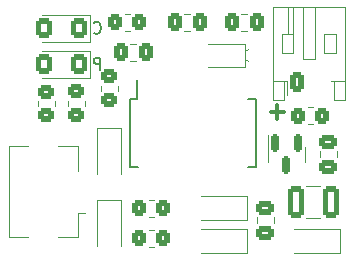
<source format=gbo>
%TF.GenerationSoftware,KiCad,Pcbnew,(6.0.7)*%
%TF.CreationDate,2022-10-10T13:15:42-04:00*%
%TF.ProjectId,dumbwatch,64756d62-7761-4746-9368-2e6b69636164,rev?*%
%TF.SameCoordinates,Original*%
%TF.FileFunction,Legend,Bot*%
%TF.FilePolarity,Positive*%
%FSLAX46Y46*%
G04 Gerber Fmt 4.6, Leading zero omitted, Abs format (unit mm)*
G04 Created by KiCad (PCBNEW (6.0.7)) date 2022-10-10 13:15:42*
%MOMM*%
%LPD*%
G01*
G04 APERTURE LIST*
G04 Aperture macros list*
%AMRoundRect*
0 Rectangle with rounded corners*
0 $1 Rounding radius*
0 $2 $3 $4 $5 $6 $7 $8 $9 X,Y pos of 4 corners*
0 Add a 4 corners polygon primitive as box body*
4,1,4,$2,$3,$4,$5,$6,$7,$8,$9,$2,$3,0*
0 Add four circle primitives for the rounded corners*
1,1,$1+$1,$2,$3*
1,1,$1+$1,$4,$5*
1,1,$1+$1,$6,$7*
1,1,$1+$1,$8,$9*
0 Add four rect primitives between the rounded corners*
20,1,$1+$1,$2,$3,$4,$5,0*
20,1,$1+$1,$4,$5,$6,$7,0*
20,1,$1+$1,$6,$7,$8,$9,0*
20,1,$1+$1,$8,$9,$2,$3,0*%
G04 Aperture macros list end*
%ADD10C,0.300000*%
%ADD11C,0.150000*%
%ADD12C,0.120000*%
%ADD13RoundRect,0.150000X-0.150000X0.587500X-0.150000X-0.587500X0.150000X-0.587500X0.150000X0.587500X0*%
%ADD14R,1.400000X0.400000*%
%ADD15R,1.900000X2.300000*%
%ADD16R,1.900000X1.800000*%
%ADD17R,1.100000X0.600000*%
%ADD18R,2.400000X1.500000*%
%ADD19RoundRect,0.250001X0.462499X1.074999X-0.462499X1.074999X-0.462499X-1.074999X0.462499X-1.074999X0*%
%ADD20R,0.450000X1.750000*%
%ADD21RoundRect,0.250000X-0.350000X-0.450000X0.350000X-0.450000X0.350000X0.450000X-0.350000X0.450000X0*%
%ADD22RoundRect,0.250000X0.475000X-0.337500X0.475000X0.337500X-0.475000X0.337500X-0.475000X-0.337500X0*%
%ADD23R,0.900000X1.200000*%
%ADD24R,1.100000X1.100000*%
%ADD25R,1.200000X0.900000*%
%ADD26RoundRect,0.250000X-0.475000X0.337500X-0.475000X-0.337500X0.475000X-0.337500X0.475000X0.337500X0*%
%ADD27RoundRect,0.250000X0.450000X-0.350000X0.450000X0.350000X-0.450000X0.350000X-0.450000X-0.350000X0*%
%ADD28RoundRect,0.250000X0.350000X0.450000X-0.350000X0.450000X-0.350000X-0.450000X0.350000X-0.450000X0*%
%ADD29RoundRect,0.250000X-0.337500X-0.475000X0.337500X-0.475000X0.337500X0.475000X-0.337500X0.475000X0*%
%ADD30RoundRect,0.250001X0.462499X0.624999X-0.462499X0.624999X-0.462499X-0.624999X0.462499X-0.624999X0*%
%ADD31RoundRect,0.250000X-0.450000X0.350000X-0.450000X-0.350000X0.450000X-0.350000X0.450000X0.350000X0*%
%ADD32RoundRect,0.250000X-0.350000X-0.625000X0.350000X-0.625000X0.350000X0.625000X-0.350000X0.625000X0*%
%ADD33O,1.200000X1.750000*%
G04 APERTURE END LIST*
D10*
X124269428Y-124440142D02*
X123126571Y-124440142D01*
X123698000Y-125011571D02*
X123698000Y-123868714D01*
D11*
X108719904Y-120848380D02*
X108719904Y-119848380D01*
X108338952Y-119848380D01*
X108243714Y-119896000D01*
X108196095Y-119943619D01*
X108148476Y-120038857D01*
X108148476Y-120181714D01*
X108196095Y-120276952D01*
X108243714Y-120324571D01*
X108338952Y-120372190D01*
X108719904Y-120372190D01*
X108148476Y-117705142D02*
X108196095Y-117752761D01*
X108338952Y-117800380D01*
X108434190Y-117800380D01*
X108577047Y-117752761D01*
X108672285Y-117657523D01*
X108719904Y-117562285D01*
X108767523Y-117371809D01*
X108767523Y-117228952D01*
X108719904Y-117038476D01*
X108672285Y-116943238D01*
X108577047Y-116848000D01*
X108434190Y-116800380D01*
X108338952Y-116800380D01*
X108196095Y-116848000D01*
X108148476Y-116895619D01*
D12*
X126020000Y-128016000D02*
X126020000Y-127366000D01*
X122900000Y-128016000D02*
X122900000Y-126341000D01*
X126020000Y-128016000D02*
X126020000Y-128666000D01*
X122900000Y-128016000D02*
X122900000Y-128666000D01*
X106816000Y-127331000D02*
X106816000Y-129391000D01*
X100996000Y-127331000D02*
X102606000Y-127331000D01*
X100996000Y-135051000D02*
X102606000Y-135051000D01*
X100996000Y-135051000D02*
X100996000Y-127331000D01*
X106816000Y-135051000D02*
X106816000Y-132991000D01*
X106816000Y-132991000D02*
X107406000Y-132991000D01*
X105106000Y-135051000D02*
X106816000Y-135051000D01*
X105106000Y-127331000D02*
X106816000Y-127331000D01*
X121247000Y-119134000D02*
X121247000Y-119134000D01*
X120997000Y-119284000D02*
X121247000Y-119134000D01*
X117797000Y-120584000D02*
X120997000Y-120584000D01*
X120997000Y-118684000D02*
X117797000Y-118684000D01*
X120997000Y-119984000D02*
X121247000Y-120134000D01*
X120997000Y-120584000D02*
X120997000Y-118684000D01*
X121247000Y-120134000D02*
X121247000Y-120134000D01*
X127348064Y-130720000D02*
X126143936Y-130720000D01*
X127348064Y-133440000D02*
X126143936Y-133440000D01*
D11*
X121911000Y-123363000D02*
X121261000Y-123363000D01*
X121911000Y-123363000D02*
X121911000Y-129113000D01*
X111836000Y-123363000D02*
X111836000Y-121763000D01*
X121911000Y-129113000D02*
X121261000Y-129113000D01*
X111261000Y-123363000D02*
X111836000Y-123363000D01*
X111261000Y-123363000D02*
X111261000Y-129113000D01*
X111261000Y-129113000D02*
X111911000Y-129113000D01*
D12*
X126264936Y-124004400D02*
X126719064Y-124004400D01*
X126264936Y-125474400D02*
X126719064Y-125474400D01*
X128751000Y-128277252D02*
X128751000Y-127754748D01*
X127281000Y-128277252D02*
X127281000Y-127754748D01*
X121122000Y-133588000D02*
X117222000Y-133588000D01*
X121122000Y-131588000D02*
X117222000Y-131588000D01*
X121122000Y-131588000D02*
X121122000Y-133588000D01*
X110474000Y-131912000D02*
X110474000Y-135762000D01*
X108474000Y-131912000D02*
X108474000Y-135762000D01*
X108474000Y-131912000D02*
X110474000Y-131912000D01*
X128996000Y-134382000D02*
X128996000Y-136382000D01*
X128996000Y-136382000D02*
X125096000Y-136382000D01*
X128996000Y-134382000D02*
X125096000Y-134382000D01*
X110474000Y-125766000D02*
X110474000Y-129666000D01*
X108474000Y-125766000D02*
X110474000Y-125766000D01*
X108474000Y-125766000D02*
X108474000Y-129666000D01*
X112802936Y-131853000D02*
X113257064Y-131853000D01*
X112802936Y-133323000D02*
X113257064Y-133323000D01*
X121947000Y-133342748D02*
X121947000Y-133865252D01*
X123417000Y-133342748D02*
X123417000Y-133865252D01*
X110209000Y-122655064D02*
X110209000Y-122200936D01*
X108739000Y-122655064D02*
X108739000Y-122200936D01*
X113257064Y-134393000D02*
X112802936Y-134393000D01*
X113257064Y-135863000D02*
X112802936Y-135863000D01*
X121122000Y-134382000D02*
X117222000Y-134382000D01*
X121122000Y-136382000D02*
X117222000Y-136382000D01*
X121122000Y-134382000D02*
X121122000Y-136382000D01*
X115816748Y-116105000D02*
X116339252Y-116105000D01*
X115816748Y-117575000D02*
X116339252Y-117575000D01*
X120642748Y-117575000D02*
X121165252Y-117575000D01*
X120642748Y-116105000D02*
X121165252Y-116105000D01*
X107870000Y-116213000D02*
X107870000Y-118483000D01*
X107870000Y-118483000D02*
X103810000Y-118483000D01*
X103810000Y-116213000D02*
X107870000Y-116213000D01*
X111244748Y-120115000D02*
X111767252Y-120115000D01*
X111244748Y-118645000D02*
X111767252Y-118645000D01*
X103405000Y-123941064D02*
X103405000Y-123486936D01*
X104875000Y-123941064D02*
X104875000Y-123486936D01*
X105945000Y-123470936D02*
X105945000Y-123925064D01*
X107415000Y-123470936D02*
X107415000Y-123925064D01*
X110770936Y-116105000D02*
X111225064Y-116105000D01*
X110770936Y-117575000D02*
X111225064Y-117575000D01*
X107870000Y-119261000D02*
X107870000Y-121531000D01*
X103810000Y-119261000D02*
X107870000Y-119261000D01*
X107870000Y-121531000D02*
X103810000Y-121531000D01*
X123305000Y-121780000D02*
X124225000Y-121780000D01*
X127665000Y-119420000D02*
X128665000Y-119420000D01*
X124505000Y-121780000D02*
X124505000Y-122995000D01*
X125065000Y-117820000D02*
X125065000Y-115560000D01*
X124565000Y-117820000D02*
X124565000Y-115560000D01*
X123305000Y-123380000D02*
X123305000Y-115560000D01*
X127665000Y-117820000D02*
X127665000Y-119420000D01*
X129425000Y-123380000D02*
X128505000Y-123380000D01*
X129425000Y-121780000D02*
X128505000Y-121780000D01*
X129425000Y-115560000D02*
X129425000Y-123380000D01*
X125065000Y-117820000D02*
X125065000Y-119420000D01*
X125865000Y-115560000D02*
X125865000Y-119920000D01*
X124225000Y-123380000D02*
X123305000Y-123380000D01*
X124505000Y-121780000D02*
X124225000Y-121780000D01*
X124065000Y-119420000D02*
X124065000Y-117820000D01*
X126865000Y-119920000D02*
X126865000Y-115560000D01*
X128665000Y-119420000D02*
X128665000Y-117820000D01*
X125865000Y-119920000D02*
X126865000Y-119920000D01*
X124225000Y-121780000D02*
X124225000Y-123380000D01*
X128505000Y-123380000D02*
X128505000Y-121780000D01*
X128665000Y-117820000D02*
X127665000Y-117820000D01*
X124065000Y-117820000D02*
X125065000Y-117820000D01*
X125065000Y-119420000D02*
X124065000Y-119420000D01*
X128505000Y-121780000D02*
X128225000Y-121780000D01*
X123305000Y-115560000D02*
X129425000Y-115560000D01*
%LPC*%
D13*
X124460000Y-128953500D03*
X125410000Y-127078500D03*
X123510000Y-127078500D03*
D14*
X106706000Y-132491000D03*
X106706000Y-131841000D03*
X106706000Y-131191000D03*
X106706000Y-130541000D03*
X106706000Y-129891000D03*
D15*
X103856000Y-127441000D03*
D16*
X103856000Y-130041000D03*
D15*
X103856000Y-134941000D03*
D16*
X103856000Y-132341000D03*
D17*
X121997000Y-120134000D03*
X121997000Y-119134000D03*
D18*
X116397000Y-119634000D03*
D19*
X125258500Y-132080000D03*
X128233500Y-132080000D03*
D20*
X112361000Y-129838000D03*
X113011000Y-129838000D03*
X113661000Y-129838000D03*
X114311000Y-129838000D03*
X114961000Y-129838000D03*
X115611000Y-129838000D03*
X116261000Y-129838000D03*
X116911000Y-129838000D03*
X117561000Y-129838000D03*
X118211000Y-129838000D03*
X118861000Y-129838000D03*
X119511000Y-129838000D03*
X120161000Y-129838000D03*
X120811000Y-129838000D03*
X120811000Y-122638000D03*
X120161000Y-122638000D03*
X119511000Y-122638000D03*
X118861000Y-122638000D03*
X118211000Y-122638000D03*
X117561000Y-122638000D03*
X116911000Y-122638000D03*
X116261000Y-122638000D03*
X115611000Y-122638000D03*
X114961000Y-122638000D03*
X114311000Y-122638000D03*
X113661000Y-122638000D03*
X113011000Y-122638000D03*
X112361000Y-122638000D03*
D21*
X127492000Y-124739400D03*
X125492000Y-124739400D03*
D22*
X128016000Y-126978500D03*
X128016000Y-129053500D03*
D23*
X117222000Y-132588000D03*
X120522000Y-132588000D03*
D24*
X109474000Y-132712000D03*
X109474000Y-135512000D03*
D23*
X125096000Y-135382000D03*
X128396000Y-135382000D03*
D25*
X109474000Y-129666000D03*
X109474000Y-126366000D03*
D21*
X112030000Y-132588000D03*
X114030000Y-132588000D03*
D26*
X122682000Y-134641500D03*
X122682000Y-132566500D03*
D27*
X109474000Y-121428000D03*
X109474000Y-123428000D03*
D28*
X112030000Y-135128000D03*
X114030000Y-135128000D03*
D23*
X120522000Y-135382000D03*
X117222000Y-135382000D03*
D29*
X115040500Y-116840000D03*
X117115500Y-116840000D03*
X121941500Y-116840000D03*
X119866500Y-116840000D03*
D30*
X103922500Y-117348000D03*
X106897500Y-117348000D03*
D29*
X110468500Y-119380000D03*
X112543500Y-119380000D03*
D27*
X104140000Y-124714000D03*
X104140000Y-122714000D03*
D31*
X106680000Y-124698000D03*
X106680000Y-122698000D03*
D21*
X109998000Y-116840000D03*
X111998000Y-116840000D03*
D30*
X106897500Y-120396000D03*
X103922500Y-120396000D03*
D32*
X125365000Y-121920000D03*
D33*
X127365000Y-121920000D03*
M02*

</source>
